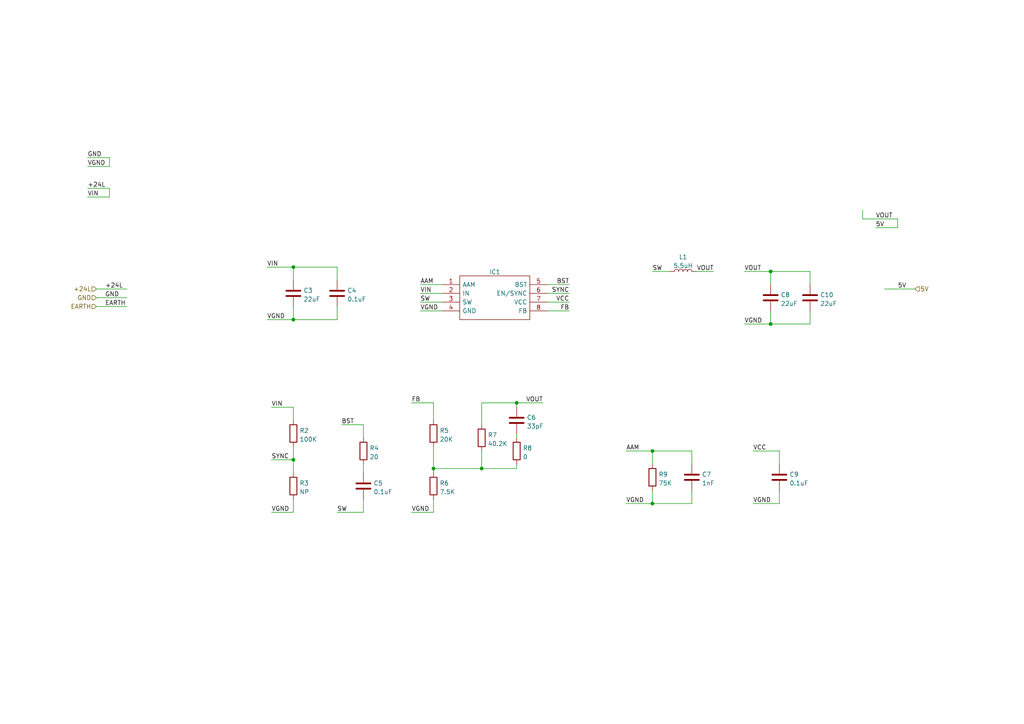
<source format=kicad_sch>
(kicad_sch (version 20230121) (generator eeschema)
  (paper "A4")
  (lib_symbols
    (symbol "CMS_DC_DC:MP2315GJ-Z" (pin_names (offset 0.762))
      (property "Reference" "IC" (at 26.67 7.62 0))
      (symbol "MP2315GJ-Z_0_0"
        (pin passive line (at 0 0 0) (length 5.08) (name "AAM") (number "1"))
        (pin input line (at 0 -2.54 0) (length 5.08) (name "IN") (number "2"))
        (pin passive line (at 0 -5.08 0) (length 5.08) (name "SW") (number "3"))
        (pin power_in line (at 0 -7.62 0) (length 5.08) (name "GND") (number "4"))
        (pin passive line (at 30.48 0 180) (length 5.08) (name "BST") (number "5"))
        (pin passive line (at 30.48 -2.54 180) (length 5.08) (name "EN/SYNC") (number "6"))
        (pin passive line (at 30.48 -5.08 180) (length 5.08) (name "VCC") (number "7"))
        (pin passive line (at 30.48 -7.62 180) (length 5.08) (name "FB") (number "8"))
      )
      (symbol "MP2315GJ-Z_0_1"
        (polyline (pts (xy 5.08 2.54) (xy 25.4 2.54) (xy 25.4 -10.16) (xy 5.08 -10.16) (xy 5.08 2.54)) (stroke (width 0.1524)))
      )
    )
    (symbol "Device:C" (pin_numbers hide) (pin_names (offset 0.254))
      (property "Reference" "C" (at 0.635 2.54 0))
      (property "Value" "C" (at 0.635 -2.54 0))
      (symbol "C_0_1"
        (polyline (pts (xy -2.032 -0.762) (xy 2.032 -0.762)) (stroke (width 0.508)))
        (polyline (pts (xy -2.032 0.762) (xy 2.032 0.762)) (stroke (width 0.508)))
      )
      (symbol "C_1_1"
        (pin passive line (at 0 3.81 270) (length 2.794) (name "~") (number "1"))
        (pin passive line (at 0 -3.81 90) (length 2.794) (name "~") (number "2"))
      )
    )
    (symbol "Device:L" (pin_numbers hide) (pin_names (offset 1.016) hide)
      (property "Reference" "L" (at -1.27 0 90))
      (property "Value" "L" (at 1.905 0 90))
      (symbol "L_0_1"
        (arc (start 0 -2.54) (mid 0.6323 -1.905) (end 0 -1.27))
        (arc (start 0 -1.27) (mid 0.6323 -0.635) (end 0 0))
        (arc (start 0 0) (mid 0.6323 0.635) (end 0 1.27))
        (arc (start 0 1.27) (mid 0.6323 1.905) (end 0 2.54))
      )
      (symbol "L_1_1"
        (pin passive line (at 0 3.81 270) (length 1.27) (name "1") (number "1"))
        (pin passive line (at 0 -3.81 90) (length 1.27) (name "2") (number "2"))
      )
    )
    (symbol "Device:R" (pin_numbers hide) (pin_names (offset 0))
      (property "Reference" "R" (at 2.032 0 90))
      (property "Value" "R" (at 0 0 90))
      (symbol "R_0_1"
        (rectangle (start -1.016 -2.54) (end 1.016 2.54) (stroke (width 0.254)))
      )
      (symbol "R_1_1"
        (pin passive line (at 0 3.81 270) (length 1.27) (name "~") (number "1"))
        (pin passive line (at 0 -3.81 90) (length 1.27) (name "~") (number "2"))
      )
    )
  )
  (junction (at 189.23 130.81))
  (junction (at 85.09 92.71))
  (junction (at 149.86 116.84))
  (junction (at 125.73 135.89))
  (junction (at 189.23 146.05))
  (junction (at 223.52 78.74))
  (junction (at 223.52 93.98))
  (junction (at 85.09 133.35))
  (junction (at 139.7 135.89))
  (junction (at 85.09 77.47))
  (wire (pts (xy 25.4 57.15) (xy 31.75 57.15)))
  (wire (pts (xy 125.73 135.89) (xy 139.7 135.89)))
  (wire (pts (xy 200.66 142.24) (xy 200.66 146.05)))
  (wire (pts (xy 78.74 148.59) (xy 85.09 148.59)))
  (wire (pts (xy 207.01 78.74) (xy 201.93 78.74)))
  (wire (pts (xy 25.4 48.26) (xy 31.75 48.26)))
  (wire (pts (xy 121.92 87.63) (xy 128.27 87.63)))
  (wire (pts (xy 157.48 116.84) (xy 149.86 116.84)))
  (wire (pts (xy 234.95 90.17) (xy 234.95 93.98)))
  (wire (pts (xy 85.09 77.47) (xy 85.09 81.28)))
  (wire (pts (xy 181.61 146.05) (xy 189.23 146.05)))
  (wire (pts (xy 121.92 85.09) (xy 128.27 85.09)))
  (wire (pts (xy 31.75 45.72) (xy 31.75 48.26)))
  (wire (pts (xy 215.9 78.74) (xy 223.52 78.74)))
  (wire (pts (xy 149.86 134.62) (xy 149.86 135.89)))
  (wire (pts (xy 85.09 92.71) (xy 97.79 92.71)))
  (wire (pts (xy 77.47 77.47) (xy 85.09 77.47)))
  (wire (pts (xy 97.79 148.59) (xy 105.41 148.59)))
  (wire (pts (xy 119.38 148.59) (xy 125.73 148.59)))
  (wire (pts (xy 97.79 88.9) (xy 97.79 92.71)))
  (wire (pts (xy 99.06 123.19) (xy 105.41 123.19)))
  (wire (pts (xy 105.41 144.78) (xy 105.41 148.59)))
  (wire (pts (xy 121.92 82.55) (xy 128.27 82.55)))
  (wire (pts (xy 85.09 88.9) (xy 85.09 92.71)))
  (wire (pts (xy 226.06 130.81) (xy 226.06 134.62)))
  (wire (pts (xy 165.1 85.09) (xy 158.75 85.09)))
  (wire (pts (xy 125.73 144.78) (xy 125.73 148.59)))
  (wire (pts (xy 226.06 142.24) (xy 226.06 146.05)))
  (wire (pts (xy 189.23 130.81) (xy 189.23 134.62)))
  (wire (pts (xy 36.83 88.9) (xy 27.94 88.9)))
  (wire (pts (xy 139.7 123.19) (xy 139.7 116.84)))
  (wire (pts (xy 121.92 90.17) (xy 128.27 90.17)))
  (wire (pts (xy 85.09 77.47) (xy 97.79 77.47)))
  (wire (pts (xy 223.52 78.74) (xy 234.95 78.74)))
  (wire (pts (xy 165.1 82.55) (xy 158.75 82.55)))
  (wire (pts (xy 223.52 90.17) (xy 223.52 93.98)))
  (wire (pts (xy 260.35 63.5) (xy 260.35 66.04)))
  (wire (pts (xy 149.86 116.84) (xy 149.86 118.11)))
  (wire (pts (xy 139.7 135.89) (xy 139.7 130.81)))
  (wire (pts (xy 139.7 116.84) (xy 149.86 116.84)))
  (wire (pts (xy 85.09 129.54) (xy 85.09 133.35)))
  (wire (pts (xy 25.4 54.61) (xy 31.75 54.61)))
  (wire (pts (xy 181.61 130.81) (xy 189.23 130.81)))
  (wire (pts (xy 218.44 146.05) (xy 226.06 146.05)))
  (wire (pts (xy 189.23 146.05) (xy 200.66 146.05)))
  (wire (pts (xy 78.74 118.11) (xy 85.09 118.11)))
  (wire (pts (xy 265.43 83.82) (xy 256.54 83.82)))
  (wire (pts (xy 234.95 78.74) (xy 234.95 82.55)))
  (wire (pts (xy 85.09 133.35) (xy 85.09 137.16)))
  (wire (pts (xy 125.73 135.89) (xy 125.73 137.16)))
  (wire (pts (xy 250.19 63.5) (xy 260.35 63.5)))
  (wire (pts (xy 250.19 60.96) (xy 250.19 63.5)))
  (wire (pts (xy 27.94 86.36) (xy 36.83 86.36)))
  (wire (pts (xy 194.31 78.74) (xy 189.23 78.74)))
  (wire (pts (xy 77.47 92.71) (xy 85.09 92.71)))
  (wire (pts (xy 223.52 93.98) (xy 234.95 93.98)))
  (wire (pts (xy 119.38 116.84) (xy 125.73 116.84)))
  (wire (pts (xy 165.1 90.17) (xy 158.75 90.17)))
  (wire (pts (xy 149.86 125.73) (xy 149.86 127)))
  (wire (pts (xy 85.09 118.11) (xy 85.09 121.92)))
  (wire (pts (xy 105.41 123.19) (xy 105.41 127)))
  (wire (pts (xy 218.44 130.81) (xy 226.06 130.81)))
  (wire (pts (xy 215.9 93.98) (xy 223.52 93.98)))
  (wire (pts (xy 149.86 135.89) (xy 139.7 135.89)))
  (wire (pts (xy 189.23 142.24) (xy 189.23 146.05)))
  (wire (pts (xy 31.75 54.61) (xy 31.75 57.15)))
  (wire (pts (xy 254 66.04) (xy 260.35 66.04)))
  (wire (pts (xy 125.73 129.54) (xy 125.73 135.89)))
  (wire (pts (xy 165.1 87.63) (xy 158.75 87.63)))
  (wire (pts (xy 223.52 78.74) (xy 223.52 82.55)))
  (wire (pts (xy 125.73 116.84) (xy 125.73 121.92)))
  (wire (pts (xy 25.4 45.72) (xy 31.75 45.72)))
  (wire (pts (xy 189.23 130.81) (xy 200.66 130.81)))
  (wire (pts (xy 27.94 83.82) (xy 36.83 83.82)))
  (wire (pts (xy 105.41 134.62) (xy 105.41 137.16)))
  (wire (pts (xy 78.74 133.35) (xy 85.09 133.35)))
  (wire (pts (xy 97.79 77.47) (xy 97.79 81.28)))
  (wire (pts (xy 85.09 144.78) (xy 85.09 148.59)))
  (wire (pts (xy 200.66 130.81) (xy 200.66 134.62)))
  (label "VGND" (at 215.9 93.98 0))
  (label "FB" (at 165.1 90.17 180))
  (label "VIN" (at 121.92 85.09 0))
  (label "VIN" (at 25.4 57.15 0))
  (label "SYNC" (at 165.1 85.09 180))
  (label "VGND" (at 121.92 90.17 0))
  (label "VIN" (at 78.74 118.11 0))
  (label "VGND" (at 119.38 148.59 0))
  (label "VOUT" (at 215.9 78.74 0))
  (label "AAM" (at 121.92 82.55 0))
  (label "SW" (at 97.79 148.59 0))
  (label "5V" (at 262.89 83.82 180))
  (label "SW" (at 189.23 78.74 0))
  (label "VGND" (at 181.61 146.05 0))
  (label "VGND" (at 77.47 92.71 0))
  (label "VOUT" (at 157.48 116.84 180))
  (label "AAM" (at 181.61 130.81 0))
  (label "EARTH" (at 30.48 88.9 0))
  (label "+24L" (at 25.4 54.61 0))
  (label "VCC" (at 218.44 130.81 0))
  (label "BST" (at 165.1 82.55 180))
  (label "VCC" (at 165.1 87.63 180))
  (label "SW" (at 121.92 87.63 0))
  (label "GND" (at 30.48 86.36 0))
  (label "FB" (at 119.38 116.84 0))
  (label "VGND" (at 25.4 48.26 0))
  (label "SYNC" (at 78.74 133.35 0))
  (label "VIN" (at 77.47 77.47 0))
  (label "VGND" (at 218.44 146.05 0))
  (label "+24L" (at 30.48 83.82 0))
  (label "VGND" (at 78.74 148.59 0))
  (label "5V" (at 254 66.04 0))
  (label "GND" (at 25.4 45.72 0))
  (label "VOUT" (at 254 63.5 0))
  (label "BST" (at 99.06 123.19 0))
  (label "VOUT" (at 207.01 78.74 180))
  (hierarchical_label "5V" (shape input) (at 265.43 83.82 0))
  (hierarchical_label "EARTH" (shape input) (at 27.94 88.9 180))
  (hierarchical_label "GND" (shape input) (at 27.94 86.36 180))
  (hierarchical_label "+24L" (shape input) (at 27.94 83.82 180))
  (symbol (lib_id "Device:C") (at 234.95 86.36 0) (unit 1)
    (property "Reference" "C10" (at 237.871 85.5253 0) (effects (justify left)))
    (property "Value" "22uF" (at 237.871 88.0622 0) (effects (justify left)))
    (property "Footprint" "Capacitor_SMD:C_0603_1608Metric" (effects hide))
    (property "MPN" "C1608X5R1A226M080AC" (effects hide))
  )
  (symbol (lib_id "Device:L") (at 198.12 78.74 90) (unit 1)
    (property "Reference" "L1" (at 198.12 74.5322 90))
    (property "Value" "5.5uH" (at 198.12 77.0691 90))
    (property "Footprint" "Inductor_SMD:L_Wuerth_HCI-1050" (effects hide))
    (property "MPN" "744325550" (effects hide))
  )
  (symbol (lib_id "Device:C") (at 149.86 121.92 0) (unit 1)
    (property "Reference" "C6" (at 152.781 121.0853 0) (effects (justify left)))
    (property "Value" "33pF" (at 152.781 123.6222 0) (effects (justify left)))
    (property "Footprint" "Capacitor_SMD:C_0603_1608Metric" (effects hide))
    (property "MPN" "C0603C330K4RACTU" (effects hide))
  )
  (symbol (lib_id "Device:C") (at 223.52 86.36 0) (unit 1)
    (property "Reference" "C8" (at 226.441 85.5253 0) (effects (justify left)))
    (property "Value" "22uF" (at 226.441 88.0622 0) (effects (justify left)))
    (property "Footprint" "Capacitor_SMD:C_0603_1608Metric" (effects hide))
    (property "MPN" "C1608X5R1A226M080AC" (effects hide))
  )
  (symbol (lib_id "Device:R") (at 125.73 125.73 0) (unit 1)
    (property "Reference" "R5" (at 127.508 124.8953 0) (effects (justify left)))
    (property "Value" "20K" (at 127.508 127.4322 0) (effects (justify left)))
    (property "Footprint" "Resistor_SMD:R_0603_1608Metric_Pad0.98x0.95mm_HandSolder" (effects hide))
    (property "MPN" "RC0603JR-0720KL" (effects hide))
  )
  (symbol (lib_id "Device:C") (at 97.79 85.09 0) (unit 1)
    (property "Reference" "C4" (at 100.711 84.2553 0) (effects (justify left)))
    (property "Value" "0.1uF" (at 100.711 86.7922 0) (effects (justify left)))
    (property "Footprint" "Capacitor_SMD:C_0603_1608Metric" (effects hide))
    (property "MPN" "C1608X7S2A104K080AB" (effects hide))
  )
  (symbol (lib_id "Device:C") (at 200.66 138.43 0) (unit 1)
    (property "Reference" "C7" (at 203.581 137.5953 0) (effects (justify left)))
    (property "Value" "1nF" (at 203.581 140.1322 0) (effects (justify left)))
    (property "Footprint" "Capacitor_SMD:C_0603_1608Metric" (effects hide))
    (property "MPN" "C0603C102K8RACAUTO" (effects hide))
  )
  (symbol (lib_id "Device:R") (at 189.23 138.43 0) (unit 1)
    (property "Reference" "R9" (at 191.008 137.5953 0) (effects (justify left)))
    (property "Value" "75K" (at 191.008 140.1322 0) (effects (justify left)))
    (property "Footprint" "Resistor_SMD:R_0603_1608Metric_Pad0.98x0.95mm_HandSolder" (effects hide))
    (property "MPN" "RC0603JR-0775KL" (effects hide))
  )
  (symbol (lib_id "Device:R") (at 149.86 130.81 0) (unit 1)
    (property "Reference" "R8" (at 151.638 129.9753 0) (effects (justify left)))
    (property "Value" "0" (at 151.638 132.5122 0) (effects (justify left)))
    (property "Footprint" "Resistor_SMD:R_0603_1608Metric_Pad0.98x0.95mm_HandSolder" (effects hide))
    (property "MPN" "RC0603JR-070RL" (effects hide))
  )
  (symbol (lib_id "CMS_DC_DC:MP2315GJ-Z") (at 128.27 82.55 0) (unit 1)
    (property "Reference" "IC1" (at 143.51 78.898 0))
    (property "Value" "MP2315GJ-Z" (effects hide))
    (property "Footprint" "CMS_DC_DC:MP2315GJ-Z" (effects hide))
    (property "Datasheet" "https://componentsearchengine.com/Datasheets/1/MP2315GJ-Z.pdf" (effects hide))
    (property "Description" "Switching Voltage Regulators 3A 24V 500kHz Sync buck" (effects hide))
    (property "MPN" "MP2315GJ-Z" (effects hide))
  )
  (symbol (lib_id "Device:C") (at 226.06 138.43 0) (unit 1)
    (property "Reference" "C9" (at 228.981 137.5953 0) (effects (justify left)))
    (property "Value" "0.1uF" (at 228.981 140.1322 0) (effects (justify left)))
    (property "Footprint" "Capacitor_SMD:C_0603_1608Metric" (effects hide))
    (property "MPN" "C1608X7S2A104K080AB" (effects hide))
  )
  (symbol (lib_id "Device:R") (at 139.7 127 0) (unit 1)
    (property "Reference" "R7" (at 141.478 126.1653 0) (effects (justify left)))
    (property "Value" "40.2K" (at 141.478 128.7022 0) (effects (justify left)))
    (property "Footprint" "Resistor_SMD:R_0603_1608Metric_Pad0.98x0.95mm_HandSolder" (effects hide))
    (property "MPN" "RC0603FR-0740K2L" (effects hide))
  )
  (symbol (lib_id "Device:R") (at 125.73 140.97 0) (unit 1)
    (property "Reference" "R6" (at 127.508 140.1353 0) (effects (justify left)))
    (property "Value" "7.5K" (at 127.508 142.6722 0) (effects (justify left)))
    (property "Footprint" "Resistor_SMD:R_0603_1608Metric_Pad0.98x0.95mm_HandSolder" (effects hide))
    (property "MPN" "RC0603JR-077K5L" (effects hide))
  )
  (symbol (lib_id "Device:C") (at 105.41 140.97 0) (unit 1)
    (property "Reference" "C5" (at 108.331 140.1353 0) (effects (justify left)))
    (property "Value" "0.1uF" (at 108.331 142.6722 0) (effects (justify left)))
    (property "Footprint" "Capacitor_SMD:C_0603_1608Metric" (effects hide))
    (property "MPN" "C1608X7S2A104K080AB" (effects hide))
  )
  (symbol (lib_id "Device:R") (at 85.09 125.73 0) (unit 1)
    (property "Reference" "R2" (at 86.868 124.8953 0) (effects (justify left)))
    (property "Value" "100K" (at 86.868 127.4322 0) (effects (justify left)))
    (property "Footprint" "Resistor_SMD:R_0603_1608Metric_Pad0.98x0.95mm_HandSolder" (effects hide))
    (property "MPN" "RC0603FR-07100KL" (effects hide))
  )
  (symbol (lib_id "Device:C") (at 85.09 85.09 0) (unit 1)
    (property "Reference" "C3" (at 88.011 84.2553 0) (effects (justify left)))
    (property "Value" "22uF" (at 88.011 86.7922 0) (effects (justify left)))
    (property "Footprint" "Capacitor_SMD:C_0603_1608Metric" (effects hide))
    (property "MPN" "C1608X5R1A226M080AC" (effects hide))
  )
  (symbol (lib_id "Device:R") (at 85.09 140.97 0) (unit 1) (in_bom no)
    (property "Reference" "R3" (at 86.868 140.1353 0) (effects (justify left)))
    (property "Value" "NP" (at 86.868 142.6722 0) (effects (justify left)))
    (property "Footprint" "Resistor_SMD:R_0603_1608Metric_Pad0.98x0.95mm_HandSolder" (effects hide))
  )
  (symbol (lib_id "Device:R") (at 105.41 130.81 0) (unit 1)
    (property "Reference" "R4" (at 107.188 129.9753 0) (effects (justify left)))
    (property "Value" "20" (at 107.188 132.5122 0) (effects (justify left)))
    (property "Footprint" "Resistor_SMD:R_0603_1608Metric_Pad0.98x0.95mm_HandSolder" (effects hide))
    (property "MPN" "RC0603JR-0720RL" (effects hide))
  )
)
</source>
